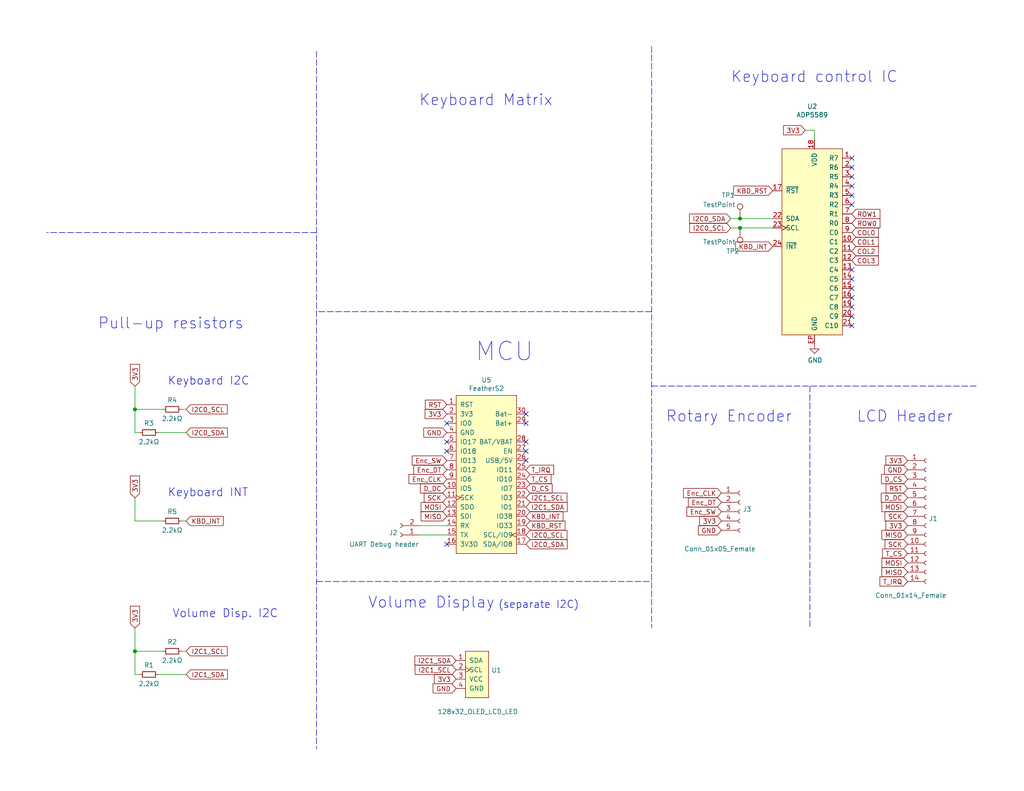
<source format=kicad_sch>
(kicad_sch (version 20211123) (generator eeschema)
  (paper "A")
  (title_block (title "Display Keyboard") (date "2021-06-29") (rev "4") (company "Display Keyboard Schematic") (comment 1 "Based on FeatherS2 and ADP5589 keyboard IC") (comment 3 "License: MIT") (comment 4 "Design: Chris and Jack Mumford"))
  (lib_symbols
    (symbol "128x32_OLED_LCD_LED:128x32_OLED_LCD_LED" (pin_names (offset 1.016))
      (property "Reference" "U" (at -8.89 11.43 0))
      (property "Value" "128x32_OLED_LCD_LED" (at 1.27 8.89 0))
      (symbol "128x32_OLED_LCD_LED_0_1"
        (rectangle (start -2.54 6.35) (end 3.81 -6.35) (fill (type background)))
      )
      (symbol "128x32_OLED_LCD_LED_1_1"
        (pin bidirectional line (at -5.08 3.81 0) (length 2.54) (name "SDA") (number "1"))
        (pin input clock (at -5.08 1.27 0) (length 2.54) (name "SCL") (number "2"))
        (pin power_in line (at -5.08 -1.27 0) (length 2.54) (name "VCC") (number "3"))
        (pin power_in line (at -5.08 -3.81 0) (length 2.54) (name "GND") (number "4"))
      )
    )
    (symbol "ADP5589:ADP5589" (pin_names (offset 1.016))
      (property "Reference" "U" (at -2.54 -8.89 0))
      (property "Value" "ADP5589" (at -2.54 -11.43 0))
      (symbol "ADP5589_0_1"
        (rectangle (start 7.62 25.4) (end -8.89 -25.4) (fill (type background)))
      )
      (symbol "ADP5589_1_1"
        (pin bidirectional line (at 10.16 22.86 180) (length 2.54) (name "R7") (number "1"))
        (pin bidirectional line (at 10.16 0 180) (length 2.54) (name "C1") (number "10"))
        (pin bidirectional line (at 10.16 -2.54 180) (length 2.54) (name "C2") (number "11"))
        (pin bidirectional line (at 10.16 -5.08 180) (length 2.54) (name "C3") (number "12"))
        (pin bidirectional line (at 10.16 -7.62 180) (length 2.54) (name "C4") (number "13"))
        (pin bidirectional line (at 10.16 -10.16 180) (length 2.54) (name "C5") (number "14"))
        (pin bidirectional line (at 10.16 -12.7 180) (length 2.54) (name "C6") (number "15"))
        (pin bidirectional line (at 10.16 -15.24 180) (length 2.54) (name "C7") (number "16"))
        (pin input line (at -11.43 13.97 0) (length 2.54) (name "~{RST}") (number "17"))
        (pin power_in line (at 0 27.94 270) (length 2.54) (name "VDD") (number "18"))
        (pin bidirectional line (at 10.16 -17.78 180) (length 2.54) (name "C8") (number "19"))
        (pin bidirectional line (at 10.16 20.32 180) (length 2.54) (name "R6") (number "2"))
        (pin bidirectional line (at 10.16 -20.32 180) (length 2.54) (name "C9") (number "20"))
        (pin bidirectional line (at 10.16 -22.86 180) (length 2.54) (name "C10") (number "21"))
        (pin bidirectional line (at -11.43 6.35 0) (length 2.54) (name "SDA") (number "22"))
        (pin input clock (at -11.43 3.81 0) (length 2.54) (name "SCL") (number "23"))
        (pin output line (at -11.43 -1.27 0) (length 2.54) (name "~{INT}") (number "24"))
        (pin bidirectional line (at 10.16 17.78 180) (length 2.54) (name "R5") (number "3"))
        (pin bidirectional line (at 10.16 15.24 180) (length 2.54) (name "R4") (number "4"))
        (pin bidirectional line (at 10.16 12.7 180) (length 2.54) (name "R3") (number "5"))
        (pin bidirectional line (at 10.16 10.16 180) (length 2.54) (name "R2") (number "6"))
        (pin bidirectional line (at 10.16 7.62 180) (length 2.54) (name "R1") (number "7"))
        (pin bidirectional line (at 10.16 5.08 180) (length 2.54) (name "R0") (number "8"))
        (pin bidirectional line (at 10.16 2.54 180) (length 2.54) (name "C0") (number "9"))
        (pin power_in line (at 0 -27.94 90) (length 2.54) (name "GND") (number "EP"))
      )
    )
    (symbol "Connector:Conn_01x02_Female" (pin_names (offset 1.016) hide)
      (property "Reference" "J" (at 0 2.54 0))
      (property "Value" "Conn_01x02_Female" (at 0 -5.08 0))
      (symbol "Conn_01x02_Female_1_1"
        (arc (start 0 -2.032) (mid -0.508 -2.54) (end 0 -3.048) (stroke (width 0.1524)))
        (polyline (pts (xy -1.27 -2.54) (xy -0.508 -2.54)) (stroke (width 0.1524)))
        (polyline (pts (xy -1.27 0) (xy -0.508 0)) (stroke (width 0.1524)))
        (arc (start 0 0.508) (mid -0.508 0) (end 0 -0.508) (stroke (width 0.1524)))
        (pin passive line (at -5.08 0 0) (length 3.81) (name "Pin_1") (number "1"))
        (pin passive line (at -5.08 -2.54 0) (length 3.81) (name "Pin_2") (number "2"))
      )
    )
    (symbol "Connector:Conn_01x05_Female" (pin_names (offset 1.016) hide)
      (property "Reference" "J" (at 0 7.62 0))
      (property "Value" "Conn_01x05_Female" (at 0 -7.62 0))
      (symbol "Conn_01x05_Female_1_1"
        (arc (start 0 -4.572) (mid -0.508 -5.08) (end 0 -5.588) (stroke (width 0.1524)))
        (arc (start 0 -2.032) (mid -0.508 -2.54) (end 0 -3.048) (stroke (width 0.1524)))
        (polyline (pts (xy -1.27 -5.08) (xy -0.508 -5.08)) (stroke (width 0.1524)))
        (polyline (pts (xy -1.27 -2.54) (xy -0.508 -2.54)) (stroke (width 0.1524)))
        (polyline (pts (xy -1.27 0) (xy -0.508 0)) (stroke (width 0.1524)))
        (polyline (pts (xy -1.27 2.54) (xy -0.508 2.54)) (stroke (width 0.1524)))
        (polyline (pts (xy -1.27 5.08) (xy -0.508 5.08)) (stroke (width 0.1524)))
        (arc (start 0 0.508) (mid -0.508 0) (end 0 -0.508) (stroke (width 0.1524)))
        (arc (start 0 3.048) (mid -0.508 2.54) (end 0 2.032) (stroke (width 0.1524)))
        (arc (start 0 5.588) (mid -0.508 5.08) (end 0 4.572) (stroke (width 0.1524)))
        (pin passive line (at -5.08 5.08 0) (length 3.81) (name "Pin_1") (number "1"))
        (pin passive line (at -5.08 2.54 0) (length 3.81) (name "Pin_2") (number "2"))
        (pin passive line (at -5.08 0 0) (length 3.81) (name "Pin_3") (number "3"))
        (pin passive line (at -5.08 -2.54 0) (length 3.81) (name "Pin_4") (number "4"))
        (pin passive line (at -5.08 -5.08 0) (length 3.81) (name "Pin_5") (number "5"))
      )
    )
    (symbol "Connector:Conn_01x14_Female" (pin_names (offset 1.016) hide)
      (property "Reference" "J" (at 0 17.78 0))
      (property "Value" "Conn_01x14_Female" (at 0 -20.32 0))
      (symbol "Conn_01x14_Female_1_1"
        (arc (start 0 -17.272) (mid -0.508 -17.78) (end 0 -18.288) (stroke (width 0.1524)))
        (arc (start 0 -14.732) (mid -0.508 -15.24) (end 0 -15.748) (stroke (width 0.1524)))
        (arc (start 0 -12.192) (mid -0.508 -12.7) (end 0 -13.208) (stroke (width 0.1524)))
        (arc (start 0 -9.652) (mid -0.508 -10.16) (end 0 -10.668) (stroke (width 0.1524)))
        (arc (start 0 -7.112) (mid -0.508 -7.62) (end 0 -8.128) (stroke (width 0.1524)))
        (arc (start 0 -4.572) (mid -0.508 -5.08) (end 0 -5.588) (stroke (width 0.1524)))
        (arc (start 0 -2.032) (mid -0.508 -2.54) (end 0 -3.048) (stroke (width 0.1524)))
        (polyline (pts (xy -1.27 -17.78) (xy -0.508 -17.78)) (stroke (width 0.1524)))
        (polyline (pts (xy -1.27 -15.24) (xy -0.508 -15.24)) (stroke (width 0.1524)))
        (polyline (pts (xy -1.27 -12.7) (xy -0.508 -12.7)) (stroke (width 0.1524)))
        (polyline (pts (xy -1.27 -10.16) (xy -0.508 -10.16)) (stroke (width 0.1524)))
        (polyline (pts (xy -1.27 -7.62) (xy -0.508 -7.62)) (stroke (width 0.1524)))
        (polyline (pts (xy -1.27 -5.08) (xy -0.508 -5.08)) (stroke (width 0.1524)))
        (polyline (pts (xy -1.27 -2.54) (xy -0.508 -2.54)) (stroke (width 0.1524)))
        (polyline (pts (xy -1.27 0) (xy -0.508 0)) (stroke (width 0.1524)))
        (polyline (pts (xy -1.27 2.54) (xy -0.508 2.54)) (stroke (width 0.1524)))
        (polyline (pts (xy -1.27 5.08) (xy -0.508 5.08)) (stroke (width 0.1524)))
        (polyline (pts (xy -1.27 7.62) (xy -0.508 7.62)) (stroke (width 0.1524)))
        (polyline (pts (xy -1.27 10.16) (xy -0.508 10.16)) (stroke (width 0.1524)))
        (polyline (pts (xy -1.27 12.7) (xy -0.508 12.7)) (stroke (width 0.1524)))
        (polyline (pts (xy -1.27 15.24) (xy -0.508 15.24)) (stroke (width 0.1524)))
        (arc (start 0 0.508) (mid -0.508 0) (end 0 -0.508) (stroke (width 0.1524)))
        (arc (start 0 3.048) (mid -0.508 2.54) (end 0 2.032) (stroke (width 0.1524)))
        (arc (start 0 5.588) (mid -0.508 5.08) (end 0 4.572) (stroke (width 0.1524)))
        (arc (start 0 8.128) (mid -0.508 7.62) (end 0 7.112) (stroke (width 0.1524)))
        (arc (start 0 10.668) (mid -0.508 10.16) (end 0 9.652) (stroke (width 0.1524)))
        (arc (start 0 13.208) (mid -0.508 12.7) (end 0 12.192) (stroke (width 0.1524)))
        (arc (start 0 15.748) (mid -0.508 15.24) (end 0 14.732) (stroke (width 0.1524)))
        (pin passive line (at -5.08 15.24 0) (length 3.81) (name "Pin_1") (number "1"))
        (pin passive line (at -5.08 -7.62 0) (length 3.81) (name "Pin_10") (number "10"))
        (pin passive line (at -5.08 -10.16 0) (length 3.81) (name "Pin_11") (number "11"))
        (pin passive line (at -5.08 -12.7 0) (length 3.81) (name "Pin_12") (number "12"))
        (pin passive line (at -5.08 -15.24 0) (length 3.81) (name "Pin_13") (number "13"))
        (pin passive line (at -5.08 -17.78 0) (length 3.81) (name "Pin_14") (number "14"))
        (pin passive line (at -5.08 12.7 0) (length 3.81) (name "Pin_2") (number "2"))
        (pin passive line (at -5.08 10.16 0) (length 3.81) (name "Pin_3") (number "3"))
        (pin passive line (at -5.08 7.62 0) (length 3.81) (name "Pin_4") (number "4"))
        (pin passive line (at -5.08 5.08 0) (length 3.81) (name "Pin_5") (number "5"))
        (pin passive line (at -5.08 2.54 0) (length 3.81) (name "Pin_6") (number "6"))
        (pin passive line (at -5.08 0 0) (length 3.81) (name "Pin_7") (number "7"))
        (pin passive line (at -5.08 -2.54 0) (length 3.81) (name "Pin_8") (number "8"))
        (pin passive line (at -5.08 -5.08 0) (length 3.81) (name "Pin_9") (number "9"))
      )
    )
    (symbol "Connector:TestPoint" (pin_numbers hide) (pin_names (offset 0.762) hide)
      (property "Reference" "TP" (at 0 6.858 0))
      (property "Value" "TestPoint" (at 0 5.08 0))
      (symbol "TestPoint_0_1"
        (circle (center 0 3.302) (radius 0.762))
      )
      (symbol "TestPoint_1_1"
        (pin passive line (at 0 0 90) (length 2.54) (name "1") (number "1"))
      )
    )
    (symbol "Device:R_Small" (pin_numbers hide) (pin_names (offset 0.254) hide)
      (property "Reference" "R" (at 0.762 0.508 0))
      (property "Value" "R_Small" (at 0.762 -1.016 0))
      (symbol "R_Small_0_1"
        (rectangle (start -0.762 1.778) (end 0.762 -1.778) (stroke (width 0.2032)))
      )
      (symbol "R_Small_1_1"
        (pin passive line (at 0 2.54 270) (length 0.762) (name "~") (number "1"))
        (pin passive line (at 0 -2.54 90) (length 0.762) (name "~") (number "2"))
      )
    )
    (symbol "FeatherS2:FeatherS2" (pin_names (offset 1.016))
      (property "Reference" "U" (at -3.81 24.13 0))
      (property "Value" "FeatherS2" (at 0 21.59 0))
      (symbol "FeatherS2_0_1"
        (rectangle (start -8.89 20.32) (end 7.62 -22.86) (fill (type background)))
      )
      (symbol "FeatherS2_1_1"
        (pin input line (at -11.43 17.78 0) (length 2.54) (name "RST") (number "1"))
        (pin bidirectional line (at -11.43 -5.08 0) (length 2.54) (name "IO5") (number "10"))
        (pin output clock (at -11.43 -7.62 0) (length 2.54) (name "SCK") (number "11"))
        (pin output line (at -11.43 -10.16 0) (length 2.54) (name "SDO") (number "12"))
        (pin input line (at -11.43 -12.7 0) (length 2.54) (name "SDI") (number "13"))
        (pin input line (at -11.43 -15.24 0) (length 2.54) (name "RX") (number "14"))
        (pin output line (at -11.43 -17.78 0) (length 2.54) (name "TX") (number "15"))
        (pin power_out line (at -11.43 -20.32 0) (length 2.54) (name "3V3O") (number "16"))
        (pin bidirectional line (at 10.16 -20.32 180) (length 2.54) (name "SDA/IO8") (number "17"))
        (pin bidirectional clock (at 10.16 -17.78 180) (length 2.54) (name "SCL/IO9") (number "18"))
        (pin bidirectional line (at 10.16 -15.24 180) (length 2.54) (name "IO33") (number "19"))
        (pin power_out line (at -11.43 15.24 0) (length 2.54) (name "3V3") (number "2"))
        (pin bidirectional line (at 10.16 -12.7 180) (length 2.54) (name "IO38") (number "20"))
        (pin bidirectional line (at 10.16 -10.16 180) (length 2.54) (name "IO1") (number "21"))
        (pin bidirectional line (at 10.16 -7.62 180) (length 2.54) (name "IO3") (number "22"))
        (pin bidirectional line (at 10.16 -5.08 180) (length 2.54) (name "IO7") (number "23"))
        (pin bidirectional line (at 10.16 -2.54 180) (length 2.54) (name "IO10") (number "24"))
        (pin bidirectional line (at 10.16 0 180) (length 2.54) (name "IO11") (number "25"))
        (pin power_out line (at 10.16 2.54 180) (length 2.54) (name "USB/5V") (number "26"))
        (pin bidirectional line (at 10.16 5.08 180) (length 2.54) (name "EN") (number "27"))
        (pin bidirectional line (at 10.16 7.62 180) (length 2.54) (name "BAT/VBAT") (number "28"))
        (pin power_in line (at 10.16 12.7 180) (length 2.54) (name "Bat+") (number "29"))
        (pin bidirectional line (at -11.43 12.7 0) (length 2.54) (name "IO0") (number "3"))
        (pin power_in line (at 10.16 15.24 180) (length 2.54) (name "Bat-") (number "30"))
        (pin power_out line (at -11.43 10.16 0) (length 2.54) (name "GND") (number "4"))
        (pin bidirectional line (at -11.43 7.62 0) (length 2.54) (name "IO17") (number "5"))
        (pin bidirectional line (at -11.43 5.08 0) (length 2.54) (name "IO18") (number "6"))
        (pin bidirectional line (at -11.43 2.54 0) (length 2.54) (name "IO13") (number "7"))
        (pin bidirectional line (at -11.43 0 0) (length 2.54) (name "IO12") (number "8"))
        (pin bidirectional line (at -11.43 -2.54 0) (length 2.54) (name "IO6") (number "9"))
      )
    )
    (symbol "power:GND" (power) (pin_names (offset 0))
      (property "Value" "GND" (at 0 -3.81 0))
      (symbol "GND_0_1"
        (polyline (pts (xy 0 0) (xy 0 -1.27) (xy 1.27 -1.27) (xy 0 -2.54) (xy -1.27 -1.27) (xy 0 -1.27)))
      )
      (symbol "GND_1_1"
        (pin power_in line (at 0 0 270) (length 0) hide (name "GND") (number "1"))
      )
    )
  )
  (junction (at 201.93 62.23))
  (junction (at 36.83 177.8))
  (junction (at 201.93 59.69))
  (junction (at 36.83 111.76))
  (no_connect (at 143.51 125.73))
  (no_connect (at 232.41 48.26))
  (no_connect (at 232.41 76.2))
  (no_connect (at 143.51 113.03))
  (no_connect (at 232.41 53.34))
  (no_connect (at 232.41 73.66))
  (no_connect (at 121.92 148.59))
  (no_connect (at 121.92 123.19))
  (no_connect (at 232.41 43.18))
  (no_connect (at 232.41 83.82))
  (no_connect (at 143.51 120.65))
  (no_connect (at 232.41 50.8))
  (no_connect (at 121.92 120.65))
  (no_connect (at 143.51 123.19))
  (no_connect (at 232.41 86.36))
  (no_connect (at 232.41 45.72))
  (no_connect (at 232.41 81.28))
  (no_connect (at 232.41 55.88))
  (no_connect (at 232.41 88.9))
  (no_connect (at 232.41 78.74))
  (no_connect (at 121.92 115.57))
  (no_connect (at 143.51 115.57))
  (wire (pts (xy 44.45 177.8) (xy 36.83 177.8)))
  (wire (pts (xy 36.83 135.89) (xy 36.83 142.24)))
  (polyline (pts (xy 177.8 85.09) (xy 86.36 85.09)))
  (polyline (pts (xy 86.36 63.5) (xy 12.7 63.5)))
  (wire (pts (xy 210.82 59.69) (xy 201.93 59.69)))
  (polyline (pts (xy 86.36 13.97) (xy 86.36 204.47)))
  (polyline (pts (xy 86.36 158.75) (xy 177.8 158.75)))
  (wire (pts (xy 36.83 111.76) (xy 36.83 118.11)))
  (wire (pts (xy 222.25 35.56) (xy 222.25 38.1)))
  (wire (pts (xy 44.45 111.76) (xy 36.83 111.76)))
  (wire (pts (xy 50.8 142.24) (xy 49.53 142.24)))
  (wire (pts (xy 44.45 142.24) (xy 36.83 142.24)))
  (wire (pts (xy 43.18 118.11) (xy 50.8 118.11)))
  (polyline (pts (xy 177.8 105.41) (xy 266.7 105.41)))
  (wire (pts (xy 43.18 184.15) (xy 50.8 184.15)))
  (wire (pts (xy 36.83 118.11) (xy 38.1 118.11)))
  (wire (pts (xy 36.83 171.45) (xy 36.83 177.8)))
  (polyline (pts (xy 220.98 105.41) (xy 220.98 171.45)))
  (wire (pts (xy 121.92 143.51) (xy 114.3 143.51)))
  (wire (pts (xy 50.8 177.8) (xy 49.53 177.8)))
  (wire (pts (xy 201.93 62.23) (xy 210.82 62.23)))
  (wire (pts (xy 36.83 184.15) (xy 38.1 184.15)))
  (polyline (pts (xy 177.8 12.7) (xy 177.8 171.45)))
  (wire (pts (xy 36.83 177.8) (xy 36.83 184.15)))
  (wire (pts (xy 50.8 111.76) (xy 49.53 111.76)))
  (wire (pts (xy 199.39 62.23) (xy 201.93 62.23)))
  (wire (pts (xy 114.3 146.05) (xy 121.92 146.05)))
  (wire (pts (xy 36.83 105.41) (xy 36.83 111.76)))
  (wire (pts (xy 199.39 59.69) (xy 201.93 59.69)))
  (wire (pts (xy 219.71 35.56) (xy 222.25 35.56)))
  (text "MCU" (at 129.54 99.06 0) (effects (font (size 5.0038 5.0038)) (justify left bottom)))
  (text "Keyboard I2C" (at 45.72 105.41 0) (effects (font (size 2.2098 2.2098)) (justify left bottom)))
  (text "Keyboard control IC" (at 199.39 22.86 0) (effects (font (size 2.9972 2.9972)) (justify left bottom)))
  (text "Volume Disp. I2C" (at 46.99 168.91 0) (effects (font (size 2.2098 2.2098)) (justify left bottom)))
  (text "Pull-up resistors" (at 26.67 90.17 0) (effects (font (size 2.9972 2.9972)) (justify left bottom)))
  (text "Keyboard Matrix" (at 114.3 29.21 0) (effects (font (size 2.9972 2.9972)) (justify left bottom)))
  (text "Keyboard INT" (at 45.72 135.89 0) (effects (font (size 2.2098 2.2098)) (justify left bottom)))
  (text "(separate I2C)" (at 135.89 166.37 0) (effects (font (size 2.0066 2.0066)) (justify left bottom)))
  (text "LCD Header" (at 233.68 115.57 0) (effects (font (size 2.9972 2.9972)) (justify left bottom)))
  (text "Volume Display" (at 100.33 166.37 0) (effects (font (size 2.9972 2.9972)) (justify left bottom)))
  (text "Rotary Encoder" (at 181.61 115.57 0) (effects (font (size 2.9972 2.9972)) (justify left bottom)))
  (global_label "T_IRQ" (shape input) (at 247.65 158.75 180) (property "Intersheet References" "${INTERSHEET_REFS}" (effects hide)))
  (global_label "RST" (shape input) (at 247.65 133.35 180) (property "Intersheet References" "${INTERSHEET_REFS}" (effects hide)))
  (global_label "KBD_RST" (shape input) (at 210.82 52.07 180) (property "Intersheet References" "${INTERSHEET_REFS}" (effects hide)))
  (global_label "MISO" (shape input) (at 247.65 156.21 180) (property "Intersheet References" "${INTERSHEET_REFS}" (effects hide)))
  (global_label "D_CS" (shape input) (at 143.51 133.35 0) (property "Intersheet References" "${INTERSHEET_REFS}" (effects hide)))
  (global_label "I2C0_SCL" (shape input) (at 199.39 62.23 180) (property "Intersheet References" "${INTERSHEET_REFS}" (effects hide)))
  (global_label "3V3" (shape input) (at 121.92 113.03 180) (property "Intersheet References" "${INTERSHEET_REFS}" (effects hide)))
  (global_label "KBD_RST" (shape input) (at 143.51 143.51 0) (property "Intersheet References" "${INTERSHEET_REFS}" (effects hide)))
  (global_label "COL3" (shape input) (at 232.41 71.12 0) (property "Intersheet References" "${INTERSHEET_REFS}" (effects hide)))
  (global_label "3V3" (shape input) (at 124.46 185.42 180) (property "Intersheet References" "${INTERSHEET_REFS}" (effects hide)))
  (global_label "SCK" (shape input) (at 247.65 148.59 180) (property "Intersheet References" "${INTERSHEET_REFS}" (effects hide)))
  (global_label "D_DC" (shape input) (at 121.92 133.35 180) (property "Intersheet References" "${INTERSHEET_REFS}" (effects hide)))
  (global_label "I2C1_SCL" (shape input) (at 143.51 135.89 0) (property "Intersheet References" "${INTERSHEET_REFS}" (effects hide)))
  (global_label "KBD_INT" (shape input) (at 210.82 67.31 180) (property "Intersheet References" "${INTERSHEET_REFS}" (effects hide)))
  (global_label "I2C1_SDA" (shape input) (at 50.8 184.15 0) (property "Intersheet References" "${INTERSHEET_REFS}" (effects hide)))
  (global_label "GND" (shape input) (at 196.85 144.78 180) (property "Intersheet References" "${INTERSHEET_REFS}" (effects hide)))
  (global_label "ROW0" (shape input) (at 232.41 60.96 0) (property "Intersheet References" "${INTERSHEET_REFS}" (effects hide)))
  (global_label "T_CS" (shape input) (at 247.65 151.13 180) (property "Intersheet References" "${INTERSHEET_REFS}" (effects hide)))
  (global_label "3V3" (shape input) (at 196.85 142.24 180) (property "Intersheet References" "${INTERSHEET_REFS}" (effects hide)))
  (global_label "I2C1_SCL" (shape input) (at 50.8 177.8 0) (property "Intersheet References" "${INTERSHEET_REFS}" (effects hide)))
  (global_label "Enc_DT" (shape input) (at 196.85 137.16 180) (property "Intersheet References" "${INTERSHEET_REFS}" (effects hide)))
  (global_label "MISO" (shape input) (at 247.65 146.05 180) (property "Intersheet References" "${INTERSHEET_REFS}" (effects hide)))
  (global_label "I2C1_SDA" (shape input) (at 124.46 180.34 180) (property "Intersheet References" "${INTERSHEET_REFS}" (effects hide)))
  (global_label "SCK" (shape input) (at 121.92 135.89 180) (property "Intersheet References" "${INTERSHEET_REFS}" (effects hide)))
  (global_label "D_CS" (shape input) (at 247.65 130.81 180) (property "Intersheet References" "${INTERSHEET_REFS}" (effects hide)))
  (global_label "3V3" (shape input) (at 36.83 171.45 90) (property "Intersheet References" "${INTERSHEET_REFS}" (effects hide)))
  (global_label "D_DC" (shape input) (at 247.65 135.89 180) (property "Intersheet References" "${INTERSHEET_REFS}" (effects hide)))
  (global_label "T_CS" (shape input) (at 143.51 130.81 0) (property "Intersheet References" "${INTERSHEET_REFS}" (effects hide)))
  (global_label "I2C0_SDA" (shape input) (at 143.51 148.59 0) (property "Intersheet References" "${INTERSHEET_REFS}" (effects hide)))
  (global_label "I2C0_SDA" (shape input) (at 199.39 59.69 180) (property "Intersheet References" "${INTERSHEET_REFS}" (effects hide)))
  (global_label "MISO" (shape input) (at 121.92 140.97 180) (property "Intersheet References" "${INTERSHEET_REFS}" (effects hide)))
  (global_label "GND" (shape input) (at 124.46 187.96 180) (property "Intersheet References" "${INTERSHEET_REFS}" (effects hide)))
  (global_label "T_IRQ" (shape input) (at 143.51 128.27 0) (property "Intersheet References" "${INTERSHEET_REFS}" (effects hide)))
  (global_label "3V3" (shape input) (at 219.71 35.56 180) (property "Intersheet References" "${INTERSHEET_REFS}" (effects hide)))
  (global_label "MOSI" (shape input) (at 247.65 153.67 180) (property "Intersheet References" "${INTERSHEET_REFS}" (effects hide)))
  (global_label "I2C1_SDA" (shape input) (at 143.51 138.43 0) (property "Intersheet References" "${INTERSHEET_REFS}" (effects hide)))
  (global_label "KBD_INT" (shape input) (at 143.51 140.97 0) (property "Intersheet References" "${INTERSHEET_REFS}" (effects hide)))
  (global_label "COL2" (shape input) (at 232.41 68.58 0) (property "Intersheet References" "${INTERSHEET_REFS}" (effects hide)))
  (global_label "Enc_SW" (shape input) (at 196.85 139.7 180) (property "Intersheet References" "${INTERSHEET_REFS}" (effects hide)))
  (global_label "GND" (shape input) (at 121.92 118.11 180) (property "Intersheet References" "${INTERSHEET_REFS}" (effects hide)))
  (global_label "I2C0_SDA" (shape input) (at 50.8 118.11 0) (property "Intersheet References" "${INTERSHEET_REFS}" (effects hide)))
  (global_label "3V3" (shape input) (at 247.65 143.51 180) (property "Intersheet References" "${INTERSHEET_REFS}" (effects hide)))
  (global_label "Enc_SW" (shape input) (at 121.92 125.73 180) (property "Intersheet References" "${INTERSHEET_REFS}" (effects hide)))
  (global_label "Enc_DT" (shape input) (at 121.92 128.27 180) (property "Intersheet References" "${INTERSHEET_REFS}" (effects hide)))
  (global_label "Enc_CLK" (shape input) (at 121.92 130.81 180) (property "Intersheet References" "${INTERSHEET_REFS}" (effects hide)))
  (global_label "SCK" (shape input) (at 247.65 140.97 180) (property "Intersheet References" "${INTERSHEET_REFS}" (effects hide)))
  (global_label "KBD_INT" (shape input) (at 50.8 142.24 0) (property "Intersheet References" "${INTERSHEET_REFS}" (effects hide)))
  (global_label "GND" (shape input) (at 247.65 128.27 180) (property "Intersheet References" "${INTERSHEET_REFS}" (effects hide)))
  (global_label "COL0" (shape input) (at 232.41 63.5 0) (property "Intersheet References" "${INTERSHEET_REFS}" (effects hide)))
  (global_label "MOSI" (shape input) (at 247.65 138.43 180) (property "Intersheet References" "${INTERSHEET_REFS}" (effects hide)))
  (global_label "I2C0_SCL" (shape input) (at 50.8 111.76 0) (property "Intersheet References" "${INTERSHEET_REFS}" (effects hide)))
  (global_label "3V3" (shape input) (at 36.83 105.41 90) (property "Intersheet References" "${INTERSHEET_REFS}" (effects hide)))
  (global_label "I2C1_SCL" (shape input) (at 124.46 182.88 180) (property "Intersheet References" "${INTERSHEET_REFS}" (effects hide)))
  (global_label "RST" (shape input) (at 121.92 110.49 180) (property "Intersheet References" "${INTERSHEET_REFS}" (effects hide)))
  (global_label "COL1" (shape input) (at 232.41 66.04 0) (property "Intersheet References" "${INTERSHEET_REFS}" (effects hide)))
  (global_label "I2C0_SCL" (shape input) (at 143.51 146.05 0) (property "Intersheet References" "${INTERSHEET_REFS}" (effects hide)))
  (global_label "3V3" (shape input) (at 247.65 125.73 180) (property "Intersheet References" "${INTERSHEET_REFS}" (effects hide)))
  (global_label "3V3" (shape input) (at 36.83 135.89 90) (property "Intersheet References" "${INTERSHEET_REFS}" (effects hide)))
  (global_label "Enc_CLK" (shape input) (at 196.85 134.62 180) (property "Intersheet References" "${INTERSHEET_REFS}" (effects hide)))
  (global_label "MOSI" (shape input) (at 121.92 138.43 180) (property "Intersheet References" "${INTERSHEET_REFS}" (effects hide)))
  (global_label "ROW1" (shape input) (at 232.41 58.42 0) (property "Intersheet References" "${INTERSHEET_REFS}" (effects hide)))
  (symbol (lib_id "Connector:Conn_01x14_Female") (at 252.73 140.97 0) (unit 1)
    (property "Reference" "J1" (at 253.4412 141.5796 0) (effects (justify left)))
    (property "Value" "Conn_01x14_Female" (at 238.76 162.56 0) (effects (justify left)))
    (property "Footprint" "Connector_PinHeader_2.54mm:PinHeader_1x14_P2.54mm_Vertical" (effects hide))
  )
  (symbol (lib_id "Connector:Conn_01x02_Female") (at 109.22 146.05 180) (unit 1)
    (property "Reference" "J2" (at 108.5088 145.4404 0) (effects (justify left)))
    (property "Value" "UART Debug header" (at 114.3 148.59 0) (effects (justify left)))
    (property "Footprint" "Connector_PinHeader_2.54mm:PinHeader_1x02_P2.54mm_Vertical" (effects hide))
  )
  (symbol (lib_id "128x32_OLED_LCD_LED:128x32_OLED_LCD_LED") (at 129.54 184.15 0) (unit 1)
    (property "Reference" "U1" (at 134.0612 182.9816 0) (effects (justify left)))
    (property "Value" "128x32_OLED_LCD_LED" (at 119.38 194.31 0) (effects (justify left)))
    (property "Footprint" "128x32_OLED_LCD_LED:128x32_OLED_LCD_LED" (effects hide))
    (property "URL" "https://www.aliexpress.com/item/32672229793.html" (effects hide))
  )
  (symbol (lib_id "Connector:Conn_01x05_Female") (at 201.93 139.7 0) (unit 1)
    (property "Reference" "J3" (at 202.6412 139.0396 0) (effects (justify left)))
    (property "Value" "Conn_01x05_Female" (at 186.69 149.86 0) (effects (justify left)))
    (property "Footprint" "Connector_PinHeader_2.54mm:PinHeader_1x05_P2.54mm_Vertical" (effects hide))
  )
  (symbol (lib_id "Device:R_Small") (at 46.99 111.76 270) (unit 1)
    (property "Reference" "R4" (at 46.99 109.22 90))
    (property "Value" "2.2kΩ" (at 46.99 114.3 90))
    (property "Footprint" "Resistor_SMD:R_0603_1608Metric" (effects hide))
  )
  (symbol (lib_id "Device:R_Small") (at 40.64 118.11 270) (unit 1)
    (property "Reference" "R3" (at 40.64 115.57 90))
    (property "Value" "2.2kΩ" (at 40.64 120.65 90))
    (property "Footprint" "Resistor_SMD:R_0603_1608Metric" (effects hide))
  )
  (symbol (lib_id "FeatherS2:FeatherS2") (at 133.35 128.27 0) (unit 1)
    (property "Reference" "U5" (at 132.715 103.759 0))
    (property "Value" "FeatherS2" (at 132.715 106.0704 0))
    (property "Footprint" "FeatherS2:FeatherS2" (effects hide))
    (property "Datasheet" "https://www.adafruit.com/product/4062" (effects hide))
  )
  (symbol (lib_id "ADP5589:ADP5589") (at 222.25 66.04 0) (unit 1)
    (property "Reference" "U2" (at 221.615 29.0576 0))
    (property "Value" "ADP5589" (at 221.615 31.369 0))
    (property "Footprint" "ADP5589:ADP5589" (effects hide))
  )
  (symbol (lib_id "power:GND") (at 222.25 93.98 0) (unit 1)
    (property "Reference" "#PWR0101" (effects hide))
    (property "Value" "GND" (at 222.377 98.3742 0))
  )
  (symbol (lib_id "Device:R_Small") (at 46.99 177.8 270) (unit 1)
    (property "Reference" "R2" (at 46.99 175.26 90))
    (property "Value" "2.2kΩ" (at 46.99 180.34 90))
    (property "Footprint" "Resistor_SMD:R_0603_1608Metric" (effects hide))
  )
  (symbol (lib_id "Device:R_Small") (at 40.64 184.15 270) (unit 1)
    (property "Reference" "R1" (at 40.64 181.61 90))
    (property "Value" "2.2kΩ" (at 40.64 186.69 90))
    (property "Footprint" "Resistor_SMD:R_0603_1608Metric" (effects hide))
  )
  (symbol (lib_id "Device:R_Small") (at 46.99 142.24 270) (unit 1)
    (property "Reference" "R5" (at 46.99 139.7 90))
    (property "Value" "2.2kΩ" (at 46.99 144.78 90))
    (property "Footprint" "Resistor_SMD:R_0603_1608Metric" (effects hide))
  )
  (symbol (lib_id "Connector:TestPoint") (at 201.93 59.69 0) (unit 1)
    (property "Reference" "TP1" (at 196.85 53.34 0) (effects (justify left)))
    (property "Value" "TestPoint" (at 191.77 55.88 0) (effects (justify left)))
    (property "Footprint" "TestPoint:TestPoint_Pad_2.0x2.0mm" (effects hide))
  )
  (symbol (lib_id "Connector:TestPoint") (at 201.93 62.23 180) (unit 1)
    (property "Reference" "TP2" (at 198.12 68.58 0) (effects (justify right)))
    (property "Value" "TestPoint" (at 191.77 66.04 0) (effects (justify right)))
    (property "Footprint" "TestPoint:TestPoint_Pad_2.0x2.0mm" (effects hide))
  )
  (sheet (at 299.72 36.83) (size 147.32 129.54)
    (property "Sheet name" "Sheet60C95FD9" (at 299.72 36.1184 0) (effects (justify left bottom)))
    (property "Sheet file" "KeyboardsKeys.kicad_sch" (at 299.72 166.9546 0) (effects (justify left top)))
  )
)
</source>
